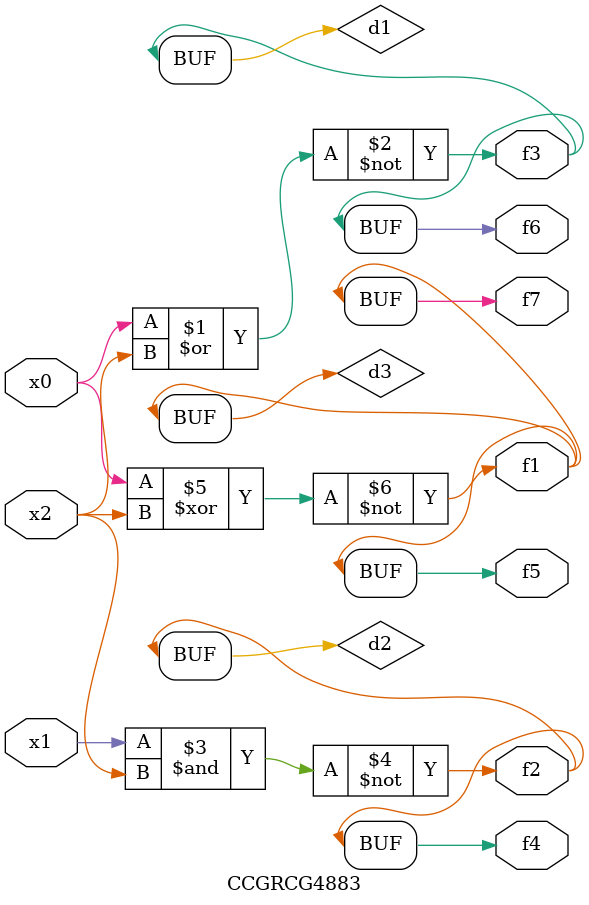
<source format=v>
module CCGRCG4883(
	input x0, x1, x2,
	output f1, f2, f3, f4, f5, f6, f7
);

	wire d1, d2, d3;

	nor (d1, x0, x2);
	nand (d2, x1, x2);
	xnor (d3, x0, x2);
	assign f1 = d3;
	assign f2 = d2;
	assign f3 = d1;
	assign f4 = d2;
	assign f5 = d3;
	assign f6 = d1;
	assign f7 = d3;
endmodule

</source>
